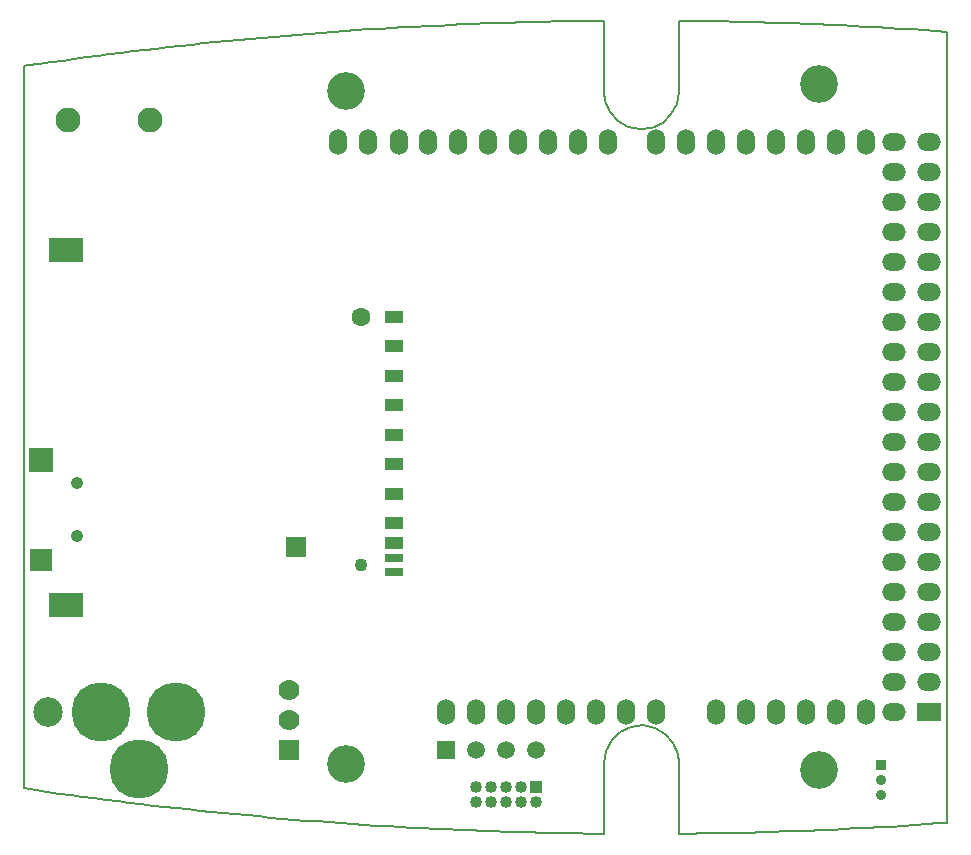
<source format=gbs>
G04 (created by PCBNEW (2013-07-07 BZR 4022)-stable) date 21/01/2015 21:24:29*
%MOIN*%
G04 Gerber Fmt 3.4, Leading zero omitted, Abs format*
%FSLAX34Y34*%
G01*
G70*
G90*
G04 APERTURE LIST*
%ADD10C,0.00590551*%
%ADD11R,0.0827X0.0827*%
%ADD12R,0.0748X0.0748*%
%ADD13C,0.0413*%
%ADD14R,0.04X0.04*%
%ADD15C,0.04*%
%ADD16O,0.06X0.0866*%
%ADD17O,0.06X0.0865*%
%ADD18R,0.0590551X0.0590551*%
%ADD19C,0.0590551*%
%ADD20C,0.083*%
%ADD21C,0.1969*%
%ADD22C,0.0984*%
%ADD23R,0.061X0.0394*%
%ADD24R,0.061X0.0276*%
%ADD25C,0.063*%
%ADD26C,0.0433*%
%ADD27R,0.1181X0.0787*%
%ADD28R,0.0787X0.06*%
%ADD29O,0.0787X0.06*%
%ADD30C,0.07*%
%ADD31R,0.07X0.07*%
%ADD32C,0.125984*%
%ADD33R,0.0705606X0.0705606*%
%ADD34C,0.0354*%
%ADD35R,0.0354X0.0354*%
G04 APERTURE END LIST*
G54D10*
X-82Y0D02*
X-82Y-12041D01*
X-82Y-12041D02*
X306Y-12098D01*
X306Y-12098D02*
X696Y-12154D01*
X696Y-12154D02*
X1086Y-12209D01*
X1086Y-12209D02*
X1476Y-12263D01*
X1476Y-12263D02*
X1866Y-12315D01*
X1866Y-12315D02*
X2256Y-12367D01*
X2256Y-12367D02*
X2647Y-12417D01*
X2647Y-12417D02*
X3037Y-12467D01*
X3037Y-12467D02*
X3428Y-12515D01*
X3428Y-12515D02*
X3819Y-12562D01*
X3819Y-12562D02*
X4210Y-12608D01*
X4210Y-12608D02*
X4601Y-12653D01*
X4601Y-12653D02*
X4992Y-12697D01*
X4992Y-12697D02*
X5384Y-12740D01*
X5384Y-12740D02*
X5775Y-12782D01*
X5775Y-12782D02*
X6167Y-12823D01*
X6167Y-12823D02*
X6559Y-12862D01*
X6559Y-12862D02*
X6950Y-12901D01*
X6950Y-12901D02*
X7342Y-12938D01*
X7342Y-12938D02*
X7734Y-12974D01*
X7734Y-12974D02*
X8126Y-13009D01*
X8126Y-13009D02*
X8519Y-13044D01*
X8519Y-13044D02*
X8911Y-13077D01*
X8911Y-13077D02*
X9303Y-13108D01*
X9303Y-13108D02*
X9696Y-13139D01*
X9696Y-13139D02*
X10088Y-13169D01*
X10088Y-13169D02*
X10481Y-13197D01*
X10481Y-13197D02*
X10874Y-13225D01*
X10874Y-13225D02*
X11267Y-13251D01*
X11267Y-13251D02*
X11660Y-13277D01*
X11660Y-13277D02*
X12053Y-13301D01*
X12053Y-13301D02*
X12446Y-13324D01*
X12446Y-13324D02*
X12839Y-13346D01*
X12839Y-13346D02*
X13232Y-13367D01*
X13232Y-13367D02*
X13625Y-13387D01*
X13625Y-13387D02*
X14018Y-13405D01*
X14018Y-13405D02*
X14412Y-13423D01*
X14412Y-13423D02*
X14805Y-13439D01*
X14805Y-13439D02*
X15198Y-13455D01*
X15198Y-13455D02*
X15592Y-13469D01*
X15592Y-13469D02*
X15985Y-13482D01*
X15985Y-13482D02*
X16379Y-13494D01*
X16379Y-13494D02*
X16772Y-13505D01*
X16772Y-13505D02*
X17166Y-13515D01*
X17166Y-13515D02*
X17559Y-13524D01*
X17559Y-13524D02*
X17953Y-13532D01*
X17953Y-13532D02*
X18347Y-13538D01*
X18347Y-13538D02*
X18740Y-13544D01*
X18740Y-13544D02*
X19134Y-13548D01*
X19134Y-13548D02*
X19255Y-13549D01*
X19255Y-13549D02*
X19255Y-11177D01*
X19255Y-11177D02*
X19319Y-10783D01*
X19319Y-10783D02*
X19505Y-10430D01*
X19505Y-10430D02*
X19792Y-10153D01*
X19792Y-10153D02*
X20152Y-9982D01*
X20152Y-9982D02*
X20548Y-9934D01*
X20548Y-9934D02*
X20939Y-10013D01*
X20939Y-10013D02*
X21285Y-10212D01*
X21285Y-10212D02*
X21550Y-10510D01*
X21550Y-10510D02*
X21707Y-10877D01*
X21707Y-10877D02*
X21744Y-11177D01*
X21744Y-11177D02*
X21744Y-13549D01*
X21744Y-13549D02*
X22137Y-13545D01*
X22137Y-13545D02*
X22531Y-13540D01*
X22531Y-13540D02*
X22925Y-13534D01*
X22925Y-13534D02*
X23318Y-13526D01*
X23318Y-13526D02*
X23712Y-13518D01*
X23712Y-13518D02*
X24105Y-13508D01*
X24105Y-13508D02*
X24499Y-13498D01*
X24499Y-13498D02*
X24893Y-13486D01*
X24893Y-13486D02*
X25286Y-13473D01*
X25286Y-13473D02*
X25679Y-13459D01*
X25679Y-13459D02*
X26073Y-13444D01*
X26073Y-13444D02*
X26466Y-13428D01*
X26466Y-13428D02*
X26860Y-13411D01*
X26860Y-13411D02*
X27253Y-13392D01*
X27253Y-13392D02*
X27646Y-13373D01*
X27646Y-13373D02*
X28039Y-13352D01*
X28039Y-13352D02*
X28432Y-13331D01*
X28432Y-13331D02*
X28825Y-13308D01*
X28825Y-13308D02*
X29218Y-13284D01*
X29218Y-13284D02*
X29611Y-13259D01*
X29611Y-13259D02*
X30004Y-13233D01*
X30004Y-13233D02*
X30397Y-13206D01*
X30397Y-13206D02*
X30696Y-13185D01*
X30696Y-13185D02*
X30696Y13185D01*
X30696Y13185D02*
X30304Y13213D01*
X30304Y13213D02*
X29911Y13239D01*
X29911Y13239D02*
X29518Y13265D01*
X29518Y13265D02*
X29125Y13290D01*
X29125Y13290D02*
X28732Y13314D01*
X28732Y13314D02*
X28339Y13336D01*
X28339Y13336D02*
X27946Y13357D01*
X27946Y13357D02*
X27553Y13378D01*
X27553Y13378D02*
X27160Y13397D01*
X27160Y13397D02*
X26766Y13415D01*
X26766Y13415D02*
X26373Y13432D01*
X26373Y13432D02*
X25980Y13448D01*
X25980Y13448D02*
X25586Y13463D01*
X25586Y13463D02*
X25193Y13476D01*
X25193Y13476D02*
X24799Y13489D01*
X24799Y13489D02*
X24406Y13500D01*
X24406Y13500D02*
X24012Y13511D01*
X24012Y13511D02*
X23618Y13520D01*
X23618Y13520D02*
X23225Y13528D01*
X23225Y13528D02*
X22831Y13535D01*
X22831Y13535D02*
X22438Y13541D01*
X22438Y13541D02*
X22044Y13546D01*
X22044Y13546D02*
X21744Y13549D01*
X21744Y13549D02*
X21744Y11177D01*
X21744Y11177D02*
X21680Y10783D01*
X21680Y10783D02*
X21494Y10430D01*
X21494Y10430D02*
X21207Y10153D01*
X21207Y10153D02*
X20847Y9982D01*
X20847Y9982D02*
X20451Y9934D01*
X20451Y9934D02*
X20060Y10013D01*
X20060Y10013D02*
X19714Y10212D01*
X19714Y10212D02*
X19449Y10510D01*
X19449Y10510D02*
X19292Y10877D01*
X19292Y10877D02*
X19255Y11177D01*
X19255Y11177D02*
X19255Y13549D01*
X19255Y13549D02*
X18862Y13545D01*
X18862Y13545D02*
X18468Y13540D01*
X18468Y13540D02*
X18074Y13534D01*
X18074Y13534D02*
X17681Y13526D01*
X17681Y13526D02*
X17287Y13518D01*
X17287Y13518D02*
X16894Y13508D01*
X16894Y13508D02*
X16500Y13498D01*
X16500Y13498D02*
X16106Y13486D01*
X16106Y13486D02*
X15713Y13473D01*
X15713Y13473D02*
X15320Y13459D01*
X15320Y13459D02*
X14926Y13444D01*
X14926Y13444D02*
X14533Y13428D01*
X14533Y13428D02*
X14139Y13411D01*
X14139Y13411D02*
X13746Y13392D01*
X13746Y13392D02*
X13353Y13373D01*
X13353Y13373D02*
X12960Y13352D01*
X12960Y13352D02*
X12567Y13331D01*
X12567Y13331D02*
X12174Y13308D01*
X12174Y13308D02*
X11781Y13284D01*
X11781Y13284D02*
X11388Y13259D01*
X11388Y13259D02*
X10995Y13233D01*
X10995Y13233D02*
X10602Y13206D01*
X10602Y13206D02*
X10209Y13178D01*
X10209Y13178D02*
X9817Y13148D01*
X9817Y13148D02*
X9424Y13118D01*
X9424Y13118D02*
X9032Y13086D01*
X9032Y13086D02*
X8640Y13054D01*
X8640Y13054D02*
X8247Y13020D01*
X8247Y13020D02*
X7855Y12985D01*
X7855Y12985D02*
X7463Y12949D01*
X7463Y12949D02*
X7071Y12912D01*
X7071Y12912D02*
X6679Y12874D01*
X6679Y12874D02*
X6288Y12835D01*
X6288Y12835D02*
X5896Y12795D01*
X5896Y12795D02*
X5504Y12753D01*
X5504Y12753D02*
X5113Y12711D01*
X5113Y12711D02*
X4722Y12667D01*
X4722Y12667D02*
X4331Y12622D01*
X4331Y12622D02*
X3940Y12577D01*
X3940Y12577D02*
X3549Y12530D01*
X3549Y12530D02*
X3158Y12482D01*
X3158Y12482D02*
X2767Y12433D01*
X2767Y12433D02*
X2377Y12382D01*
X2377Y12382D02*
X1986Y12331D01*
X1986Y12331D02*
X1596Y12279D01*
X1596Y12279D02*
X1206Y12225D01*
X1206Y12225D02*
X816Y12171D01*
X816Y12171D02*
X426Y12115D01*
X426Y12115D02*
X37Y12059D01*
X37Y12059D02*
X-82Y12041D01*
X-82Y12041D02*
X-82Y0D01*
G54D11*
X500Y-1077D03*
G54D12*
X500Y-4423D03*
G54D13*
X1681Y-3636D03*
X1681Y-1864D03*
G54D14*
X17000Y-12000D03*
G54D15*
X17000Y-12500D03*
X16500Y-12000D03*
X16500Y-12500D03*
X16000Y-12000D03*
X16000Y-12500D03*
X15500Y-12000D03*
X15500Y-12500D03*
X15000Y-12000D03*
X15000Y-12500D03*
G54D16*
X14000Y-9500D03*
X15000Y-9500D03*
X16000Y-9500D03*
X17000Y-9500D03*
X18000Y-9500D03*
X19000Y-9500D03*
X20000Y-9500D03*
X21000Y-9500D03*
X23000Y-9500D03*
X24000Y-9500D03*
X25000Y-9500D03*
X26000Y-9500D03*
X27000Y-9500D03*
X28000Y-9500D03*
G54D17*
X28000Y9500D03*
X27000Y9500D03*
X26000Y9500D03*
X25000Y9500D03*
X24000Y9500D03*
X23000Y9500D03*
X22000Y9500D03*
X21000Y9500D03*
X19400Y9500D03*
X18400Y9500D03*
X17400Y9500D03*
X16400Y9500D03*
X15400Y9500D03*
X14400Y9500D03*
X13400Y9500D03*
X12401Y9500D03*
X11400Y9500D03*
X10400Y9500D03*
G54D18*
X14000Y-10750D03*
G54D19*
X15000Y-10750D03*
X16000Y-10750D03*
X17000Y-10750D03*
G54D20*
X1372Y10250D03*
X4128Y10250D03*
G54D21*
X2500Y-9500D03*
X4980Y-9500D03*
X3760Y-11390D03*
G54D22*
X728Y-9500D03*
G54D23*
X12250Y-256D03*
X12250Y728D03*
X12250Y1712D03*
X12250Y2697D03*
X12250Y3681D03*
X12250Y-1240D03*
X12250Y-2225D03*
X12250Y-3182D03*
X12250Y-3851D03*
G54D24*
X12250Y-4363D03*
X12250Y-4835D03*
G54D25*
X11138Y3681D03*
G54D26*
X11138Y-4587D03*
G54D27*
X1325Y-5925D03*
X1325Y5925D03*
G54D28*
X30098Y-9500D03*
G54D29*
X28902Y-9500D03*
X30098Y-8500D03*
X28902Y-8500D03*
X30098Y-7500D03*
X28902Y-7500D03*
X30098Y-6500D03*
X28902Y-6500D03*
X30098Y-5500D03*
X28902Y-5500D03*
X30098Y-4500D03*
X28902Y-4500D03*
X30098Y-3500D03*
X28902Y-3500D03*
X30098Y-2500D03*
X28902Y-2500D03*
X30098Y-1500D03*
X28902Y-1500D03*
X30098Y-500D03*
X28902Y-500D03*
X30098Y500D03*
X28902Y500D03*
X30098Y1500D03*
X28902Y1500D03*
X30098Y2500D03*
X28902Y2500D03*
X30098Y3500D03*
X28902Y3500D03*
X30098Y4500D03*
X28902Y4500D03*
X30098Y5500D03*
X28902Y5500D03*
X30098Y6500D03*
X28902Y6500D03*
X30098Y7500D03*
X28902Y7500D03*
X30098Y8500D03*
X28902Y8500D03*
X30098Y9500D03*
X28902Y9500D03*
G54D30*
X8750Y-9750D03*
X8750Y-8750D03*
G54D31*
X8750Y-10750D03*
G54D32*
X10657Y11212D03*
X10657Y-11212D03*
X26405Y11440D03*
X26405Y-11440D03*
G54D33*
X9000Y-4000D03*
G54D34*
X28500Y-11750D03*
G54D35*
X28500Y-11258D03*
G54D34*
X28500Y-12242D03*
M02*

</source>
